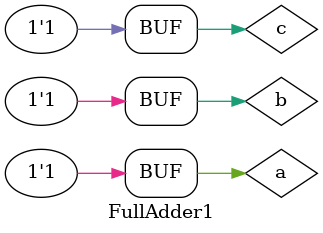
<source format=sv>
module FullAdder(sum, carry, a, b, c);
		input a,b,c;						
		output sum, carry;						
		assign sum = (a^b)^c;
		assign carry = (c&(a^b))|(a&b);
		
endmodule 

module FullAdder1;
  reg a, b, c;
  wire sum, carry;
  
  FullAdder fa(sum, carry, a, b, c);

  initial begin
    $display("a b c sum carry");
    $monitor(a," ",b," ",c," ",sum," ",carry);

    a = 0; b = 0; c = 0; #10;
    a = 0; b = 0; c = 1; #10;
    a = 0; b = 1; c = 0; #10;
    a = 0; b = 1; c = 1; #10;
    a = 1; b = 0; c = 0; #10;
    a = 1; b = 0; c = 1; #10;
    a = 1; b = 1; c = 0; #10;
    a = 1; b = 1; c = 1; #10;
	 
	 end
endmodule 
</source>
